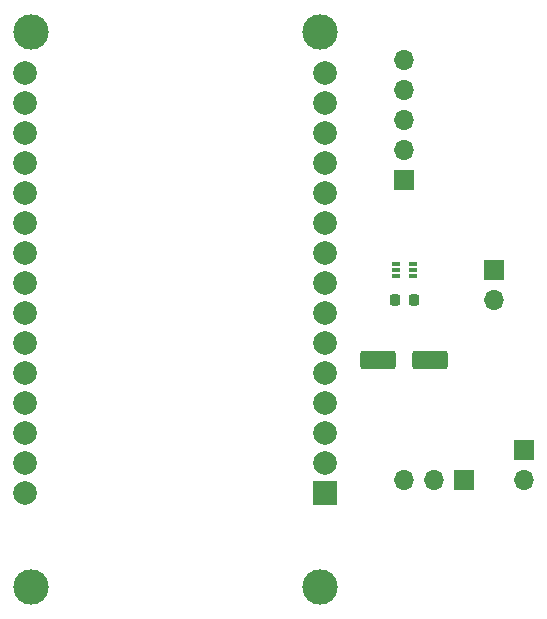
<source format=gts>
%TF.GenerationSoftware,KiCad,Pcbnew,(6.0.9)*%
%TF.CreationDate,2023-01-15T17:56:17-06:00*%
%TF.ProjectId,URVBuoyancyEngine,55525642-756f-4796-916e-6379456e6769,rev?*%
%TF.SameCoordinates,Original*%
%TF.FileFunction,Soldermask,Top*%
%TF.FilePolarity,Negative*%
%FSLAX46Y46*%
G04 Gerber Fmt 4.6, Leading zero omitted, Abs format (unit mm)*
G04 Created by KiCad (PCBNEW (6.0.9)) date 2023-01-15 17:56:17*
%MOMM*%
%LPD*%
G01*
G04 APERTURE LIST*
G04 Aperture macros list*
%AMRoundRect*
0 Rectangle with rounded corners*
0 $1 Rounding radius*
0 $2 $3 $4 $5 $6 $7 $8 $9 X,Y pos of 4 corners*
0 Add a 4 corners polygon primitive as box body*
4,1,4,$2,$3,$4,$5,$6,$7,$8,$9,$2,$3,0*
0 Add four circle primitives for the rounded corners*
1,1,$1+$1,$2,$3*
1,1,$1+$1,$4,$5*
1,1,$1+$1,$6,$7*
1,1,$1+$1,$8,$9*
0 Add four rect primitives between the rounded corners*
20,1,$1+$1,$2,$3,$4,$5,0*
20,1,$1+$1,$4,$5,$6,$7,0*
20,1,$1+$1,$6,$7,$8,$9,0*
20,1,$1+$1,$8,$9,$2,$3,0*%
G04 Aperture macros list end*
%ADD10R,1.700000X1.700000*%
%ADD11O,1.700000X1.700000*%
%ADD12R,0.700000X0.340000*%
%ADD13RoundRect,0.250000X1.250000X0.550000X-1.250000X0.550000X-1.250000X-0.550000X1.250000X-0.550000X0*%
%ADD14RoundRect,0.225000X0.225000X0.250000X-0.225000X0.250000X-0.225000X-0.250000X0.225000X-0.250000X0*%
%ADD15C,3.000000*%
%ADD16R,2.000000X2.000000*%
%ADD17C,2.000000*%
G04 APERTURE END LIST*
D10*
X106680000Y-88900000D03*
D11*
X106680000Y-91440000D03*
D12*
X98310000Y-88400000D03*
X98310000Y-88900000D03*
X98310000Y-89400000D03*
X99810000Y-89400000D03*
X99810000Y-88900000D03*
X99810000Y-88400000D03*
D10*
X99060000Y-81280000D03*
D11*
X99060000Y-71120000D03*
X99060000Y-76200000D03*
X99060000Y-78740000D03*
X99060000Y-73660000D03*
D10*
X109220000Y-104140000D03*
D11*
X109220000Y-106680000D03*
D13*
X101260000Y-96520000D03*
X96860000Y-96520000D03*
D14*
X99835000Y-91440000D03*
X98285000Y-91440000D03*
D15*
X67425000Y-68770000D03*
X91935000Y-68770000D03*
X67425000Y-115720000D03*
X91935000Y-115720000D03*
D16*
X92355000Y-107760000D03*
D17*
X92355000Y-105220000D03*
X92355000Y-102680000D03*
X92355000Y-100140000D03*
X92355000Y-97600000D03*
X92355000Y-95060000D03*
X92355000Y-92520000D03*
X92355000Y-89980000D03*
X92355000Y-87440000D03*
X92355000Y-84900000D03*
X92355000Y-82360000D03*
X92355000Y-79820000D03*
X92355000Y-77280000D03*
X92355000Y-74740000D03*
X92355000Y-72200000D03*
X66955000Y-72200000D03*
X66955000Y-74740000D03*
X66955000Y-77280000D03*
X66955000Y-79820000D03*
X66955000Y-82360000D03*
X66955000Y-84900000D03*
X66955000Y-87440000D03*
X66955000Y-89980000D03*
X66955000Y-92520000D03*
X66955000Y-95060000D03*
X66955000Y-97600000D03*
X66955000Y-100140000D03*
X66955000Y-102680000D03*
X66955000Y-105220000D03*
X66955000Y-107760000D03*
D11*
X101600000Y-106680000D03*
D10*
X104140000Y-106680000D03*
D11*
X99060000Y-106680000D03*
M02*

</source>
